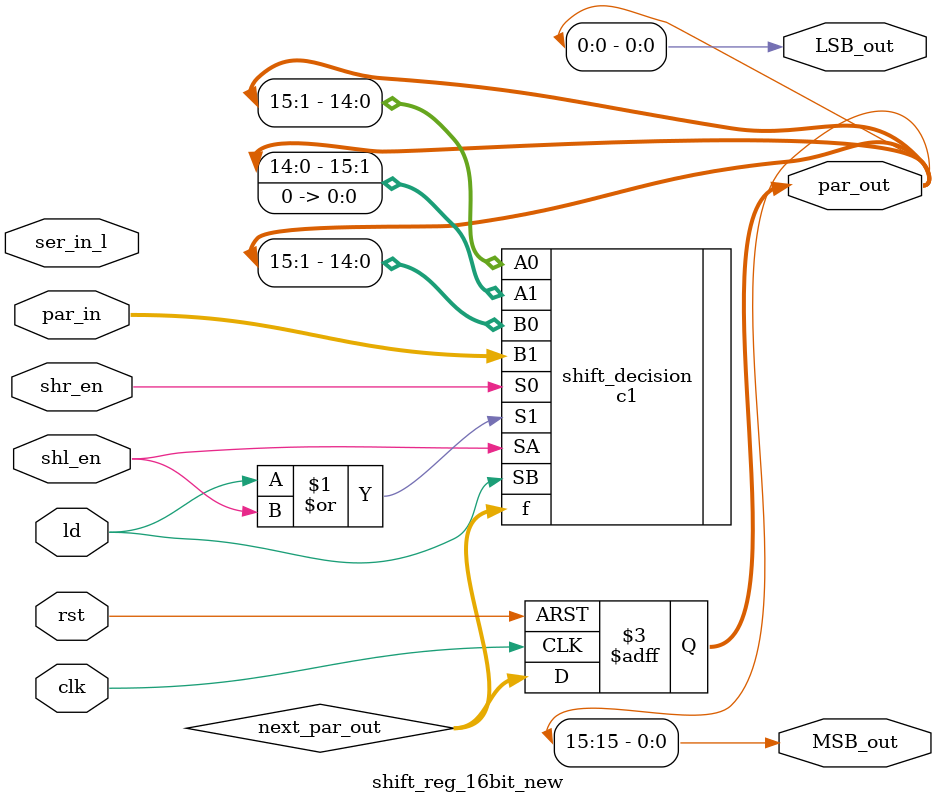
<source format=v>
module shift_reg_16bit_new (
    input clk,
    input rst,
    input ld,
    input shl_en,
    input shr_en,
    input [15:0] par_in,
    input ser_in_l,
    output reg [15:0] par_out,
    output MSB_out,
    output LSB_out
);
    wire shift_select, load_select;
    wire [15:0] next_par_out;

    c1 shift_decision(
        .A0(par_out[15:1]),
        .A1({par_out[14:0], 1'b0}),
        .SA(shl_en),
        .B0(par_out[15:1]),
        .B1(par_in),
        .SB(ld),
        .S0(shr_en),
        .S1(ld | shl_en),
        .f(next_par_out)
    );

    always @(posedge clk or posedge rst) begin
        if (rst)
            par_out <= 16'b0;
        else
            par_out <= next_par_out;
    end

    assign MSB_out = par_out[15];
    assign LSB_out = par_out[0];
endmodule
</source>
